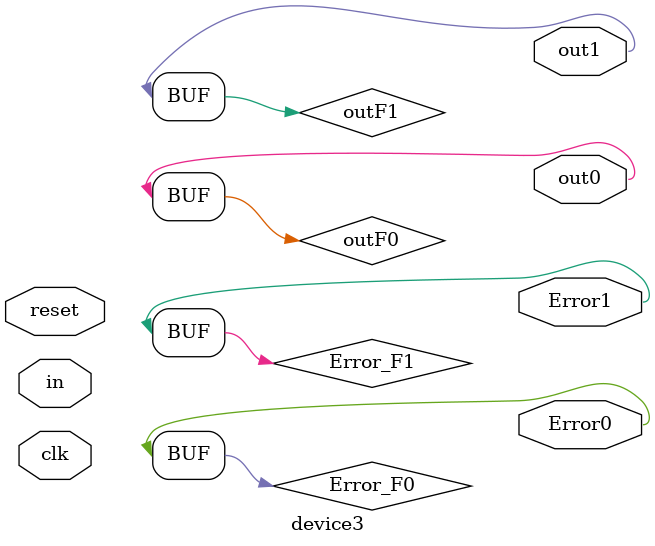
<source format=v>


`ifndef DISP3
`define DISP3

`timescale 1ns/1ps

`include "./src/disp1.v"
`include "./src/disp2.v"



module device3 #(
  parameter DATA_SIZE = 10,
  parameter MAIN_SIZE = 8)
  (

//INPUTS
input wire clk,
input wire reset,
input wire [DATA_SIZE-1:0] in,


//Outputs
output reg out0, // out from fifo4x8 #0
output reg out1,  // out from fifo4x8 #1
output reg Error0, // Error fifo4x8 #0
output reg Error1 // Error fifo4x8 #1

//control for fifos Internal - now in beta version
/*
output reg almost_full0,
output reg almost_empty0,
output reg fifo0_empty,
output reg fifo0_error,
output reg fifo0_pause,
output reg fifo_full0,
output reg fifo_full1,
output reg almost_full1,
output reg almost_empty1,
output reg fifo1_empty,
output reg fifo1_error,
output reg fifo1_pause,*/


);
// // wires internally
wire outF0, outF1;
wire Error_F0, Error_F1;


device1  device1_in3(/*AUTOINST*/
  //Outputs
  .out0 (), // out from fifo6x8 #0
  .out1 (),  // out from fifo6x8 #1
  .Error_class (),
  .Error_route (),
  //INPUTS
  .clk (),
  .clk8f (),

  .reset(),
  .in ()
);



device2 device2_in3(/*AUTOINST*/
// Outputs
.out1 (),
.out2 (),
.almost_full_f1 (),
.almost_full_f2 (),
// Inputs
.in1 (),
.in2 (),
.reset (),
.clk (),
.clk8f (),
.read (),
.write ()
);



  always@(*) begin      // pass to outputs
    out0 = outF0;
    out1 = outF1;
    Error0 = Error_F0;
    Error1  = Error_F1;
  end



endmodule


// Local Variables:
// verilog-library-directories:("."):
// verilog-auto-wire-type:\"logic\"
// End:

`endif

</source>
